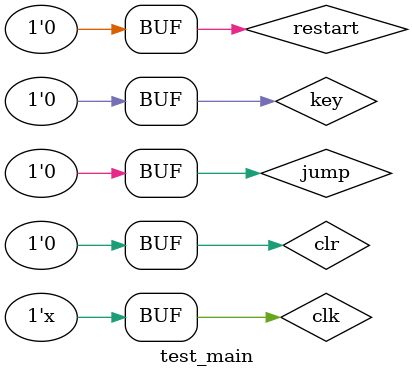
<source format=v>
`timescale 1ns / 1ps


module test_main;

	// Inputs
	reg clk;
	reg clr;
	reg restart;
	reg key;
	reg jump;

	// Outputs
	wire [7:0] seg;
	wire [3:0] an;
	wire dp;
	wire [2:0] red;
	wire [2:0] green;
	wire [1:0] blue;
	wire hsync;
	wire vsync;

	// Instantiate the Unit Under Test (UUT)
	main uut (
		.clk(clk), 
		.clr(clr), 
		.restart(restart), 
		.key(key), 
		.jump(jump), 
		.seg(seg), 
		.an(an), 
		.dp(dp), 
		.red(red), 
		.green(green), 
		.blue(blue), 
		.hsync(hsync), 
		.vsync(vsync)
	);

	initial begin
		// Initialize Inputs
		clk = 0;
		clr = 0;
		restart = 0;
		key = 0;
		jump = 0;

		// Wait 100 ns for global reset to finish
		#100;
		
		// Add stimulus here
		clr = 0;#100;
		clr = 1;#20000000;
		clr = 0;#200000000;
		jump = 1;#20000000;
		jump = 0;#200000000;
		jump = 1;#20000000;
		jump = 0;#200000000;
		jump = 1;#20000000;
		jump = 0;
		
	end
	
	always#10 clk = ~clk;
      
endmodule


</source>
